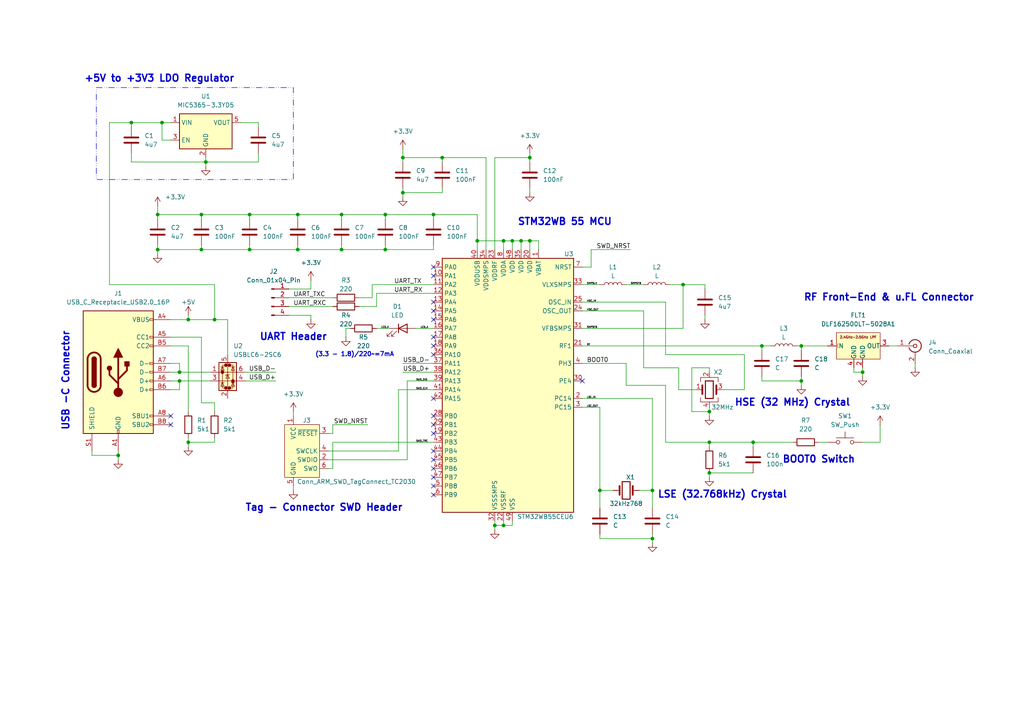
<source format=kicad_sch>
(kicad_sch (version 20231120) (generator "eeschema") (generator_version "8.0")
  (paper "A4")
  (title_block (title "STM32WB with Bluetooth") (date "2024-08-26") (rev "v.1") (company "Vaibhav Nrupnarayan."))
  (lib_symbols
    (symbol "Connector:Conn_01x04_Pin" (pin_names (offset 1.016) hide)
      (property "Reference" "J" (at 0 5.08 0))
      (property "Value" "Conn_01x04_Pin" (at 0 -7.62 0))
      (symbol "Conn_01x04_Pin_1_1"
        (polyline (pts (xy 1.27 -5.08) (xy 0.8636 -5.08)) (stroke (width 0.1524)))
        (polyline (pts (xy 1.27 -2.54) (xy 0.8636 -2.54)) (stroke (width 0.1524)))
        (polyline (pts (xy 1.27 0) (xy 0.8636 0)) (stroke (width 0.1524)))
        (polyline (pts (xy 1.27 2.54) (xy 0.8636 2.54)) (stroke (width 0.1524)))
        (rectangle (start 0.8636 -4.953) (end 0 -5.207) (stroke (width 0.1524)) (fill (type outline)))
        (rectangle (start 0.8636 -2.413) (end 0 -2.667) (stroke (width 0.1524)) (fill (type outline)))
        (rectangle (start 0.8636 0.127) (end 0 -0.127) (stroke (width 0.1524)) (fill (type outline)))
        (rectangle (start 0.8636 2.667) (end 0 2.413) (stroke (width 0.1524)) (fill (type outline)))
        (pin passive line (at 5.08 2.54 180) (length 3.81) (name "Pin_1") (number "1"))
        (pin passive line (at 5.08 0 180) (length 3.81) (name "Pin_2") (number "2"))
        (pin passive line (at 5.08 -2.54 180) (length 3.81) (name "Pin_3") (number "3"))
        (pin passive line (at 5.08 -5.08 180) (length 3.81) (name "Pin_4") (number "4"))
      )
    )
    (symbol "Connector:Conn_ARM_SWD_TagConnect_TC2030" (in_bom no)
      (property "Reference" "J" (at 2.54 11.43 0))
      (property "Value" "Conn_ARM_SWD_TagConnect_TC2030" (at 5.08 8.89 0))
      (symbol "Conn_ARM_SWD_TagConnect_TC2030_0_0"
        (pin power_in line (at -2.54 10.16 270) (length 2.54) (name "VCC") (number "1"))
        (pin bidirectional line (at 7.62 -2.54 180) (length 2.54) (name "SWDIO") (number "2"))
        (pin open_collector line (at 7.62 5.08 180) (length 2.54) (name "~{RESET}") (number "3"))
        (pin output line (at 7.62 0 180) (length 2.54) (name "SWCLK") (number "4"))
        (pin power_in line (at -2.54 -10.16 90) (length 2.54) (name "GND") (number "5"))
        (pin input line (at 7.62 -5.08 180) (length 2.54) (name "SWO") (number "6"))
      )
      (symbol "Conn_ARM_SWD_TagConnect_TC2030_0_1"
        (rectangle (start -5.08 7.62) (end 5.08 -7.62) (fill (type background)))
      )
    )
    (symbol "Connector:Conn_Coaxial" (pin_names (offset 1.016) hide)
      (property "Reference" "J" (at 0.254 3.048 0))
      (property "Value" "Conn_Coaxial" (at 2.921 0 90))
      (symbol "Conn_Coaxial_0_1"
        (arc (start -1.778 -0.508) (mid 0.2311 -1.8066) (end 1.778 0) (stroke (width 0.254)))
        (polyline (pts (xy -2.54 0) (xy -0.508 0)))
        (polyline (pts (xy 0 -2.54) (xy 0 -1.778)))
        (circle (center 0 0) (radius 0.508) (stroke (width 0.2032)))
        (arc (start 1.778 0) (mid 0.2099 1.8101) (end -1.778 0.508) (stroke (width 0.254)))
      )
      (symbol "Conn_Coaxial_1_1"
        (pin passive line (at -5.08 0 0) (length 2.54) (name "In") (number "1"))
        (pin passive line (at 0 -5.08 90) (length 2.54) (name "Ext") (number "2"))
      )
    )
    (symbol "Connector:USB_C_Receptacle_USB2.0_16P" (pin_names (offset 1.016))
      (property "Reference" "J" (at 0 22.225 0))
      (property "Value" "USB_C_Receptacle_USB2.0_16P" (at 0 19.685 0))
      (symbol "USB_C_Receptacle_USB2.0_16P_0_0"
        (rectangle (start -0.254 -17.78) (end 0.254 -16.764))
        (rectangle (start 10.16 -14.986) (end 9.144 -15.494))
        (rectangle (start 10.16 -12.446) (end 9.144 -12.954))
        (rectangle (start 10.16 -4.826) (end 9.144 -5.334))
        (rectangle (start 10.16 -2.286) (end 9.144 -2.794))
        (rectangle (start 10.16 0.254) (end 9.144 -0.254))
        (rectangle (start 10.16 2.794) (end 9.144 2.286))
        (rectangle (start 10.16 7.874) (end 9.144 7.366))
        (rectangle (start 10.16 10.414) (end 9.144 9.906))
        (rectangle (start 10.16 15.494) (end 9.144 14.986))
      )
      (symbol "USB_C_Receptacle_USB2.0_16P_0_1"
        (rectangle (start -10.16 17.78) (end 10.16 -17.78) (stroke (width 0.254)) (fill (type background)))
        (arc (start -8.89 -3.81) (mid -6.985 -5.7067) (end -5.08 -3.81) (stroke (width 0.508)))
        (arc (start -7.62 -3.81) (mid -6.985 -4.4423) (end -6.35 -3.81) (stroke (width 0.254)))
        (arc (start -7.62 -3.81) (mid -6.985 -4.4423) (end -6.35 -3.81) (stroke (width 0.254)) (fill (type outline)))
        (rectangle (start -7.62 -3.81) (end -6.35 3.81) (stroke (width 0.254)) (fill (type outline)))
        (arc (start -6.35 3.81) (mid -6.985 4.4423) (end -7.62 3.81) (stroke (width 0.254)))
        (arc (start -6.35 3.81) (mid -6.985 4.4423) (end -7.62 3.81) (stroke (width 0.254)) (fill (type outline)))
        (arc (start -5.08 3.81) (mid -6.985 5.7067) (end -8.89 3.81) (stroke (width 0.508)))
        (circle (center -2.54 1.143) (radius 0.635) (stroke (width 0.254)) (fill (type outline)))
        (circle (center 0 -5.842) (radius 1.27) (fill (type outline)))
        (polyline (pts (xy -8.89 -3.81) (xy -8.89 3.81)) (stroke (width 0.508)))
        (polyline (pts (xy -5.08 3.81) (xy -5.08 -3.81)) (stroke (width 0.508)))
        (polyline (pts (xy 0 -5.842) (xy 0 4.318)) (stroke (width 0.508)))
        (polyline (pts (xy 0 -3.302) (xy -2.54 -0.762) (xy -2.54 0.508)) (stroke (width 0.508)))
        (polyline (pts (xy 0 -2.032) (xy 2.54 0.508) (xy 2.54 1.778)) (stroke (width 0.508)))
        (polyline (pts (xy -1.27 4.318) (xy 0 6.858) (xy 1.27 4.318) (xy -1.27 4.318)) (stroke (width 0.254)) (fill (type outline)))
        (rectangle (start 1.905 1.778) (end 3.175 3.048) (stroke (width 0.254)) (fill (type outline)))
      )
      (symbol "USB_C_Receptacle_USB2.0_16P_1_1"
        (pin passive line (at 0 -22.86 90) (length 5.08) (name "GND") (number "A1"))
        (pin passive line (at 0 -22.86 90) (length 5.08) hide (name "GND") (number "A12"))
        (pin passive line (at 15.24 15.24 180) (length 5.08) (name "VBUS") (number "A4"))
        (pin bidirectional line (at 15.24 10.16 180) (length 5.08) (name "CC1") (number "A5"))
        (pin bidirectional line (at 15.24 -2.54 180) (length 5.08) (name "D+") (number "A6"))
        (pin bidirectional line (at 15.24 2.54 180) (length 5.08) (name "D-") (number "A7"))
        (pin bidirectional line (at 15.24 -12.7 180) (length 5.08) (name "SBU1") (number "A8"))
        (pin passive line (at 15.24 15.24 180) (length 5.08) hide (name "VBUS") (number "A9"))
        (pin passive line (at 0 -22.86 90) (length 5.08) hide (name "GND") (number "B1"))
        (pin passive line (at 0 -22.86 90) (length 5.08) hide (name "GND") (number "B12"))
        (pin passive line (at 15.24 15.24 180) (length 5.08) hide (name "VBUS") (number "B4"))
        (pin bidirectional line (at 15.24 7.62 180) (length 5.08) (name "CC2") (number "B5"))
        (pin bidirectional line (at 15.24 -5.08 180) (length 5.08) (name "D+") (number "B6"))
        (pin bidirectional line (at 15.24 0 180) (length 5.08) (name "D-") (number "B7"))
        (pin bidirectional line (at 15.24 -15.24 180) (length 5.08) (name "SBU2") (number "B8"))
        (pin passive line (at 15.24 15.24 180) (length 5.08) hide (name "VBUS") (number "B9"))
        (pin passive line (at -7.62 -22.86 90) (length 5.08) (name "SHIELD") (number "S1"))
      )
    )
    (symbol "Device:C" (pin_numbers hide) (pin_names (offset 0.254))
      (property "Reference" "C" (at 0.635 2.54 0))
      (property "Value" "C" (at 0.635 -2.54 0))
      (symbol "C_0_1"
        (polyline (pts (xy -2.032 -0.762) (xy 2.032 -0.762)) (stroke (width 0.508)))
        (polyline (pts (xy -2.032 0.762) (xy 2.032 0.762)) (stroke (width 0.508)))
      )
      (symbol "C_1_1"
        (pin passive line (at 0 3.81 270) (length 2.794) (name "~") (number "1"))
        (pin passive line (at 0 -3.81 90) (length 2.794) (name "~") (number "2"))
      )
    )
    (symbol "Device:Crystal" (pin_numbers hide) (pin_names (offset 1.016) hide)
      (property "Reference" "Y" (at 0 3.81 0))
      (property "Value" "Crystal" (at 0 -3.81 0))
      (symbol "Crystal_0_1"
        (rectangle (start -1.143 2.54) (end 1.143 -2.54) (stroke (width 0.3048)))
        (polyline (pts (xy -2.54 0) (xy -1.905 0)))
        (polyline (pts (xy -1.905 -1.27) (xy -1.905 1.27)) (stroke (width 0.508)))
        (polyline (pts (xy 1.905 -1.27) (xy 1.905 1.27)) (stroke (width 0.508)))
        (polyline (pts (xy 2.54 0) (xy 1.905 0)))
      )
      (symbol "Crystal_1_1"
        (pin passive line (at -3.81 0 0) (length 1.27) (name "1") (number "1"))
        (pin passive line (at 3.81 0 180) (length 1.27) (name "2") (number "2"))
      )
    )
    (symbol "Device:Crystal_GND24" (pin_names (offset 1.016) hide)
      (property "Reference" "Y" (at 3.175 5.08 0))
      (property "Value" "Crystal_GND24" (at 3.175 3.175 0))
      (symbol "Crystal_GND24_0_1"
        (rectangle (start -1.143 2.54) (end 1.143 -2.54) (stroke (width 0.3048)))
        (polyline (pts (xy -2.54 0) (xy -2.032 0)))
        (polyline (pts (xy -2.032 -1.27) (xy -2.032 1.27)) (stroke (width 0.508)))
        (polyline (pts (xy 0 -3.81) (xy 0 -3.556)))
        (polyline (pts (xy 0 3.556) (xy 0 3.81)))
        (polyline (pts (xy 2.032 -1.27) (xy 2.032 1.27)) (stroke (width 0.508)))
        (polyline (pts (xy 2.032 0) (xy 2.54 0)))
        (polyline (pts (xy -2.54 -2.286) (xy -2.54 -3.556) (xy 2.54 -3.556) (xy 2.54 -2.286)))
        (polyline (pts (xy -2.54 2.286) (xy -2.54 3.556) (xy 2.54 3.556) (xy 2.54 2.286)))
      )
      (symbol "Crystal_GND24_1_1"
        (pin passive line (at -3.81 0 0) (length 1.27) (name "1") (number "1"))
        (pin passive line (at 0 5.08 270) (length 1.27) (name "2") (number "2"))
        (pin passive line (at 3.81 0 180) (length 1.27) (name "3") (number "3"))
        (pin passive line (at 0 -5.08 90) (length 1.27) (name "4") (number "4"))
      )
    )
    (symbol "Device:L" (pin_numbers hide) (pin_names (offset 1.016) hide)
      (property "Reference" "L" (at -1.27 0 90))
      (property "Value" "L" (at 1.905 0 90))
      (symbol "L_0_1"
        (arc (start 0 -2.54) (mid 0.6323 -1.905) (end 0 -1.27))
        (arc (start 0 -1.27) (mid 0.6323 -0.635) (end 0 0))
        (arc (start 0 0) (mid 0.6323 0.635) (end 0 1.27))
        (arc (start 0 1.27) (mid 0.6323 1.905) (end 0 2.54))
      )
      (symbol "L_1_1"
        (pin passive line (at 0 3.81 270) (length 1.27) (name "1") (number "1"))
        (pin passive line (at 0 -3.81 90) (length 1.27) (name "2") (number "2"))
      )
    )
    (symbol "Device:LED" (pin_numbers hide) (pin_names (offset 1.016) hide)
      (property "Reference" "D" (at 0 2.54 0))
      (property "Value" "LED" (at 0 -2.54 0))
      (symbol "LED_0_1"
        (polyline (pts (xy -1.27 -1.27) (xy -1.27 1.27)) (stroke (width 0.254)))
        (polyline (pts (xy -1.27 0) (xy 1.27 0)))
        (polyline (pts (xy 1.27 -1.27) (xy 1.27 1.27) (xy -1.27 0) (xy 1.27 -1.27)) (stroke (width 0.254)))
        (polyline (pts (xy -3.048 -0.762) (xy -4.572 -2.286) (xy -3.81 -2.286) (xy -4.572 -2.286) (xy -4.572 -1.524)))
        (polyline (pts (xy -1.778 -0.762) (xy -3.302 -2.286) (xy -2.54 -2.286) (xy -3.302 -2.286) (xy -3.302 -1.524)))
      )
      (symbol "LED_1_1"
        (pin passive line (at -3.81 0 0) (length 2.54) (name "K") (number "1"))
        (pin passive line (at 3.81 0 180) (length 2.54) (name "A") (number "2"))
      )
    )
    (symbol "Device:R" (pin_numbers hide) (pin_names (offset 0))
      (property "Reference" "R" (at 2.032 0 90))
      (property "Value" "R" (at 0 0 90))
      (symbol "R_0_1"
        (rectangle (start -1.016 -2.54) (end 1.016 2.54) (stroke (width 0.254)))
      )
      (symbol "R_1_1"
        (pin passive line (at 0 3.81 270) (length 1.27) (name "~") (number "1"))
        (pin passive line (at 0 -3.81 90) (length 1.27) (name "~") (number "2"))
      )
    )
    (symbol "MCU_ST_STM32WB:STM32WB55CEUx"
      (property "Reference" "U" (at -17.78 39.37 0))
      (property "Value" "STM32WB55CEUx" (at 12.7 39.37 0))
      (symbol "STM32WB55CEUx_0_1"
        (rectangle (start -17.78 -35.56) (end 20.32 38.1) (stroke (width 0.254)) (fill (type background)))
      )
      (symbol "STM32WB55CEUx_1_1"
        (pin power_in line (at -7.62 40.64 270) (length 2.54) (name "VBAT") (number "1"))
        (pin bidirectional line (at 22.86 33.02 180) (length 2.54) (name "PA1") (number "10"))
        (pin bidirectional line (at 22.86 30.48 180) (length 2.54) (name "PA2") (number "11"))
        (pin bidirectional line (at 22.86 27.94 180) (length 2.54) (name "PA3") (number "12"))
        (pin bidirectional line (at 22.86 25.4 180) (length 2.54) (name "PA4") (number "13"))
        (pin bidirectional line (at 22.86 22.86 180) (length 2.54) (name "PA5") (number "14"))
        (pin bidirectional line (at 22.86 20.32 180) (length 2.54) (name "PA6") (number "15"))
        (pin bidirectional line (at 22.86 17.78 180) (length 2.54) (name "PA7") (number "16"))
        (pin bidirectional line (at 22.86 15.24 180) (length 2.54) (name "PA8") (number "17"))
        (pin bidirectional line (at 22.86 12.7 180) (length 2.54) (name "PA9") (number "18"))
        (pin bidirectional line (at 22.86 -12.7 180) (length 2.54) (name "PB2") (number "19"))
        (pin bidirectional line (at -20.32 -2.54 0) (length 2.54) (name "PC14") (number "2"))
        (pin power_in line (at -5.08 40.64 270) (length 2.54) (name "VDD") (number "20"))
        (pin bidirectional line (at -20.32 12.7 0) (length 2.54) (name "RF1") (number "21"))
        (pin power_in line (at 2.54 -38.1 90) (length 2.54) (name "VSSRF") (number "22"))
        (pin power_in line (at 5.08 40.64 270) (length 2.54) (name "VDDRF") (number "23"))
        (pin input line (at -20.32 22.86 0) (length 2.54) (name "OSC_OUT") (number "24"))
        (pin input line (at -20.32 25.4 0) (length 2.54) (name "OSC_IN") (number "25"))
        (pin no_connect line (at -17.78 -35.56 0) (length 2.54) hide (name "AT0") (number "26"))
        (pin no_connect line (at -17.78 -33.02 0) (length 2.54) hide (name "AT1") (number "27"))
        (pin bidirectional line (at 22.86 -7.62 180) (length 2.54) (name "PB0") (number "28"))
        (pin bidirectional line (at 22.86 -10.16 180) (length 2.54) (name "PB1") (number "29"))
        (pin bidirectional line (at -20.32 -5.08 0) (length 2.54) (name "PC15") (number "3"))
        (pin bidirectional line (at -20.32 2.54 0) (length 2.54) (name "PE4") (number "30"))
        (pin input line (at -20.32 17.78 0) (length 2.54) (name "VFBSMPS") (number "31"))
        (pin power_in line (at 5.08 -38.1 90) (length 2.54) (name "VSSSMPS") (number "32"))
        (pin power_in line (at -20.32 30.48 0) (length 2.54) (name "VLXSMPS") (number "33"))
        (pin power_in line (at 7.62 40.64 270) (length 2.54) (name "VDDSMPS") (number "34"))
        (pin power_in line (at -2.54 40.64 270) (length 2.54) (name "VDD") (number "35"))
        (pin bidirectional line (at 22.86 10.16 180) (length 2.54) (name "PA10") (number "36"))
        (pin bidirectional line (at 22.86 7.62 180) (length 2.54) (name "PA11") (number "37"))
        (pin bidirectional line (at 22.86 5.08 180) (length 2.54) (name "PA12") (number "38"))
        (pin bidirectional line (at 22.86 2.54 180) (length 2.54) (name "PA13") (number "39"))
        (pin bidirectional line (at -20.32 7.62 0) (length 2.54) (name "PH3") (number "4"))
        (pin power_in line (at 10.16 40.64 270) (length 2.54) (name "VDDUSB") (number "40"))
        (pin bidirectional line (at 22.86 0 180) (length 2.54) (name "PA14") (number "41"))
        (pin bidirectional line (at 22.86 -2.54 180) (length 2.54) (name "PA15") (number "42"))
        (pin bidirectional line (at 22.86 -15.24 180) (length 2.54) (name "PB3") (number "43"))
        (pin bidirectional line (at 22.86 -17.78 180) (length 2.54) (name "PB4") (number "44"))
        (pin bidirectional line (at 22.86 -20.32 180) (length 2.54) (name "PB5") (number "45"))
        (pin bidirectional line (at 22.86 -22.86 180) (length 2.54) (name "PB6") (number "46"))
        (pin bidirectional line (at 22.86 -25.4 180) (length 2.54) (name "PB7") (number "47"))
        (pin power_in line (at 0 40.64 270) (length 2.54) (name "VDD") (number "48"))
        (pin power_in line (at 0 -38.1 90) (length 2.54) (name "VSS") (number "49"))
        (pin bidirectional line (at 22.86 -27.94 180) (length 2.54) (name "PB8") (number "5"))
        (pin bidirectional line (at 22.86 -30.48 180) (length 2.54) (name "PB9") (number "6"))
        (pin input line (at -20.32 35.56 0) (length 2.54) (name "NRST") (number "7"))
        (pin power_in line (at 2.54 40.64 270) (length 2.54) (name "VDDA") (number "8"))
        (pin bidirectional line (at 22.86 35.56 180) (length 2.54) (name "PA0") (number "9"))
      )
    )
    (symbol "Power_Protection:USBLC6-2SC6" (pin_names hide)
      (property "Reference" "U" (at 0.635 5.715 0))
      (property "Value" "USBLC6-2SC6" (at 0.635 3.81 0))
      (symbol "USBLC6-2SC6_0_0"
        (circle (center -1.524 0) (radius 0.0001) (stroke (width 0.508)))
        (circle (center -0.508 -4.572) (radius 0.0001) (stroke (width 0.508)))
        (circle (center -0.508 2.032) (radius 0.0001) (stroke (width 0.508)))
        (circle (center 0.508 -4.572) (radius 0.0001) (stroke (width 0.508)))
        (circle (center 0.508 2.032) (radius 0.0001) (stroke (width 0.508)))
        (circle (center 1.524 -2.54) (radius 0.0001) (stroke (width 0.508)))
      )
      (symbol "USBLC6-2SC6_0_1"
        (polyline (pts (xy -2.54 -2.54) (xy 2.54 -2.54)))
        (polyline (pts (xy -2.54 0) (xy 2.54 0)))
        (polyline (pts (xy -2.032 -3.048) (xy -1.016 -3.048)))
        (polyline (pts (xy -1.016 1.524) (xy -2.032 1.524)))
        (polyline (pts (xy 1.016 -3.048) (xy 2.032 -3.048)))
        (polyline (pts (xy 1.016 1.524) (xy 2.032 1.524)))
        (polyline (pts (xy -0.508 -1.143) (xy -0.508 -0.762) (xy 0.508 -0.762)))
        (polyline (pts (xy -2.032 0.508) (xy -1.016 0.508) (xy -1.524 1.524) (xy -2.032 0.508)))
        (polyline (pts (xy -1.016 -4.064) (xy -2.032 -4.064) (xy -1.524 -3.048) (xy -1.016 -4.064)))
        (polyline (pts (xy 0.508 -1.778) (xy -0.508 -1.778) (xy 0 -0.762) (xy 0.508 -1.778)))
        (polyline (pts (xy 2.032 -4.064) (xy 1.016 -4.064) (xy 1.524 -3.048) (xy 2.032 -4.064)))
        (polyline (pts (xy 2.032 0.508) (xy 1.016 0.508) (xy 1.524 1.524) (xy 2.032 0.508)))
        (polyline (pts (xy 0 2.54) (xy -0.508 2.032) (xy 0.508 2.032) (xy 0 1.524) (xy 0 -4.064) (xy -0.508 -4.572) (xy 0.508 -4.572) (xy 0 -5.08)))
      )
      (symbol "USBLC6-2SC6_1_1"
        (rectangle (start -2.54 2.794) (end 2.54 -5.334) (stroke (width 0.254)) (fill (type background)))
        (polyline (pts (xy -0.508 2.032) (xy -1.524 2.032) (xy -1.524 -4.572) (xy -0.508 -4.572)))
        (polyline (pts (xy 0.508 -4.572) (xy 1.524 -4.572) (xy 1.524 2.032) (xy 0.508 2.032)))
        (pin passive line (at -5.08 0 0) (length 2.54) (name "I/O1") (number "1"))
        (pin passive line (at 0 -7.62 90) (length 2.54) (name "GND") (number "2"))
        (pin passive line (at -5.08 -2.54 0) (length 2.54) (name "I/O2") (number "3"))
        (pin passive line (at 5.08 -2.54 180) (length 2.54) (name "I/O2") (number "4"))
        (pin passive line (at 0 5.08 270) (length 2.54) (name "VBUS") (number "5"))
        (pin passive line (at 5.08 0 180) (length 2.54) (name "I/O1") (number "6"))
      )
    )
    (symbol "Regulator_Linear:MIC5365-3.3YD5"
      (property "Reference" "U" (at -7.62 6.35 0))
      (property "Value" "MIC5365-3.3YD5" (at 0 6.35 0))
      (symbol "MIC5365-3.3YD5_0_1"
        (rectangle (start -7.62 -5.08) (end 7.62 5.08) (stroke (width 0.254)) (fill (type background)))
      )
      (symbol "MIC5365-3.3YD5_1_1"
        (pin power_in line (at -10.16 2.54 0) (length 2.54) (name "VIN") (number "1"))
        (pin power_in line (at 0 -7.62 90) (length 2.54) (name "GND") (number "2"))
        (pin input line (at -10.16 -2.54 0) (length 2.54) (name "EN") (number "3"))
        (pin no_connect line (at 7.62 -2.54 180) (length 2.54) hide (name "NC") (number "4"))
        (pin power_out line (at 10.16 2.54 180) (length 2.54) (name "VOUT") (number "5"))
      )
    )
    (symbol "STM32withBle_SchematicSymbol:DLF162500LT-5028A1" (pin_names (offset 0.0129))
      (property "Reference" "FLT" (at 0 4.826 0))
      (property "Value" "DLF162500LT-5028A1" (at 13.208 -5.08 0))
      (symbol "DLF162500LT-5028A1_0_0"
        (pin passive line (at -8.89 0 0) (length 2.54) (name "IN") (number "1"))
        (pin passive line (at 1.27 -6.35 90) (length 2.54) (name "GND") (number "2"))
        (pin passive line (at 8.89 0 180) (length 2.54) (name "OUT") (number "3"))
        (pin passive line (at -1.27 -6.35 90) (length 2.54) (name "GND") (number "4"))
      )
      (symbol "DLF162500LT-5028A1_1_1"
        (rectangle (start -6.35 3.81) (end 6.35 -3.81) (fill (type background)))
        (text "2.4GHz-2.5GHz LPF" (at 0 2.54 0) (effects (font (size 0.7 0.7))))
      )
    )
    (symbol "Switch:SW_Push" (pin_numbers hide) (pin_names (offset 1.016) hide)
      (property "Reference" "SW" (at 1.27 2.54 0))
      (property "Value" "SW_Push" (at 0 -1.524 0))
      (symbol "SW_Push_0_1"
        (circle (center -2.032 0) (radius 0.508))
        (polyline (pts (xy 0 1.27) (xy 0 3.048)))
        (polyline (pts (xy 2.54 1.27) (xy -2.54 1.27)))
        (circle (center 2.032 0) (radius 0.508))
        (pin passive line (at -5.08 0 0) (length 2.54) (name "1") (number "1"))
        (pin passive line (at 5.08 0 180) (length 2.54) (name "2") (number "2"))
      )
    )
    (symbol "power:+3.3V" (power) (pin_numbers hide) (pin_names (offset 0) hide)
      (property "Value" "+3.3V" (at 0 3.556 0))
      (symbol "+3.3V_0_1"
        (polyline (pts (xy -0.762 1.27) (xy 0 2.54)))
        (polyline (pts (xy 0 0) (xy 0 2.54)))
        (polyline (pts (xy 0 2.54) (xy 0.762 1.27)))
      )
      (symbol "+3.3V_1_1"
        (pin power_in line (at 0 0 90) (length 0) (name "~") (number "1"))
      )
    )
    (symbol "power:+5V" (power) (pin_numbers hide) (pin_names (offset 0) hide)
      (property "Value" "+5V" (at 0 3.556 0))
      (symbol "+5V_0_1"
        (polyline (pts (xy -0.762 1.27) (xy 0 2.54)))
        (polyline (pts (xy 0 0) (xy 0 2.54)))
        (polyline (pts (xy 0 2.54) (xy 0.762 1.27)))
      )
      (symbol "+5V_1_1"
        (pin power_in line (at 0 0 90) (length 0) (name "~") (number "1"))
      )
    )
    (symbol "power:GND" (power) (pin_numbers hide) (pin_names (offset 0) hide)
      (property "Value" "GND" (at 0 -3.81 0))
      (symbol "GND_0_1"
        (polyline (pts (xy 0 0) (xy 0 -1.27) (xy 1.27 -1.27) (xy 0 -2.54) (xy -1.27 -1.27) (xy 0 -1.27)))
      )
      (symbol "GND_1_1"
        (pin power_in line (at 0 0 270) (length 0) (name "~") (number "1"))
      )
    )
  )
  (junction (at 220.98 100.33))
  (junction (at 34.29 132.08))
  (junction (at 205.74 119.38))
  (junction (at 58.42 62.23))
  (junction (at 153.67 45.72))
  (junction (at 116.84 45.72))
  (junction (at 45.72 62.23))
  (junction (at 153.67 69.85))
  (junction (at 151.13 69.85))
  (junction (at 232.41 100.33))
  (junction (at 205.74 137.16))
  (junction (at 250.19 107.95))
  (junction (at 58.42 72.39))
  (junction (at 59.69 46.99))
  (junction (at 205.74 128.27))
  (junction (at 54.61 92.71))
  (junction (at 146.05 152.4))
  (junction (at 62.23 92.71))
  (junction (at 232.41 110.49))
  (junction (at 218.44 128.27))
  (junction (at 189.23 156.21))
  (junction (at 46.99 35.56))
  (junction (at 45.72 72.39))
  (junction (at 99.06 62.23))
  (junction (at 52.07 110.49))
  (junction (at 52.07 107.95))
  (junction (at 198.12 82.55))
  (junction (at 143.51 152.4))
  (junction (at 173.99 142.24))
  (junction (at 111.76 62.23))
  (junction (at 72.39 72.39))
  (junction (at 72.39 62.23))
  (junction (at 125.73 62.23))
  (junction (at 116.84 55.88))
  (junction (at 86.36 72.39))
  (junction (at 148.59 69.85))
  (junction (at 111.76 72.39))
  (junction (at 128.27 45.72))
  (junction (at 189.23 142.24))
  (junction (at 54.61 128.27))
  (junction (at 38.1 35.56))
  (junction (at 99.06 72.39))
  (junction (at 138.43 69.85))
  (junction (at 146.05 69.85))
  (junction (at 86.36 62.23))
  (no_connect (at 125.73 138.43))
  (no_connect (at 125.73 80.01))
  (no_connect (at 125.73 102.87))
  (no_connect (at 125.73 87.63))
  (no_connect (at 125.73 100.33))
  (no_connect (at 125.73 97.79))
  (no_connect (at 125.73 140.97))
  (no_connect (at 125.73 92.71))
  (no_connect (at 125.73 115.57))
  (no_connect (at 49.53 120.65))
  (no_connect (at 125.73 125.73))
  (no_connect (at 49.53 123.19))
  (no_connect (at 125.73 143.51))
  (no_connect (at 168.91 110.49))
  (no_connect (at 125.73 90.17))
  (no_connect (at 125.73 123.19))
  (no_connect (at 125.73 135.89))
  (no_connect (at 125.73 130.81))
  (no_connect (at 125.73 133.35))
  (no_connect (at 125.73 120.65))
  (no_connect (at 125.73 77.47))
  (wire (pts (xy 265.43 105.41) (xy 265.43 106.68)))
  (wire (pts (xy 115.57 130.81) (xy 95.25 130.81)))
  (wire (pts (xy 138.43 69.85) (xy 146.05 69.85)))
  (wire (pts (xy 72.39 72.39) (xy 58.42 72.39)))
  (wire (pts (xy 205.74 107.95) (xy 205.74 106.68)))
  (wire (pts (xy 49.53 110.49) (xy 52.07 110.49)))
  (wire (pts (xy 250.19 107.95) (xy 250.19 109.22)))
  (wire (pts (xy 83.82 88.9) (xy 96.52 88.9)))
  (wire (pts (xy 83.82 91.44) (xy 90.17 91.44)))
  (wire (pts (xy 168.91 87.63) (xy 193.04 87.63)))
  (wire (pts (xy 215.9 102.87) (xy 215.9 113.03)))
  (wire (pts (xy 34.29 130.81) (xy 34.29 132.08)))
  (wire (pts (xy 181.61 111.76) (xy 193.04 111.76)))
  (wire (pts (xy 193.04 102.87) (xy 215.9 102.87)))
  (wire (pts (xy 45.72 72.39) (xy 58.42 72.39)))
  (wire (pts (xy 96.52 123.19) (xy 106.68 123.19)))
  (wire (pts (xy 205.74 137.16) (xy 218.44 137.16)))
  (wire (pts (xy 143.51 151.13) (xy 143.51 152.4)))
  (wire (pts (xy 96.52 125.73) (xy 96.52 123.19)))
  (wire (pts (xy 205.74 119.38) (xy 205.74 120.65)))
  (wire (pts (xy 128.27 45.72) (xy 140.97 45.72)))
  (wire (pts (xy 49.53 35.56) (xy 46.99 35.56)))
  (wire (pts (xy 168.91 77.47) (xy 171.45 77.47)))
  (wire (pts (xy 62.23 127) (xy 62.23 128.27)))
  (wire (pts (xy 250.19 106.68) (xy 250.19 107.95)))
  (wire (pts (xy 54.61 128.27) (xy 54.61 129.54)))
  (wire (pts (xy 148.59 69.85) (xy 151.13 69.85)))
  (wire (pts (xy 62.23 116.84) (xy 62.23 119.38)))
  (wire (pts (xy 168.91 95.25) (xy 198.12 95.25)))
  (wire (pts (xy 62.23 92.71) (xy 66.04 92.71)))
  (wire (pts (xy 196.85 113.03) (xy 201.93 113.03)))
  (wire (pts (xy 49.53 113.03) (xy 52.07 113.03)))
  (wire (pts (xy 257.81 100.33) (xy 260.35 100.33)))
  (wire (pts (xy 86.36 72.39) (xy 72.39 72.39)))
  (wire (pts (xy 173.99 118.11) (xy 173.99 142.24)))
  (wire (pts (xy 220.98 110.49) (xy 232.41 110.49)))
  (wire (pts (xy 45.72 72.39) (xy 45.72 73.66)))
  (wire (pts (xy 140.97 45.72) (xy 140.97 72.39)))
  (wire (pts (xy 156.21 69.85) (xy 156.21 72.39)))
  (wire (pts (xy 115.57 113.03) (xy 115.57 130.81)))
  (wire (pts (xy 49.53 97.79) (xy 58.42 97.79)))
  (wire (pts (xy 153.67 54.61) (xy 153.67 55.88)))
  (wire (pts (xy 46.99 35.56) (xy 38.1 35.56)))
  (wire (pts (xy 72.39 63.5) (xy 72.39 62.23)))
  (wire (pts (xy 109.22 95.25) (xy 113.03 95.25)))
  (wire (pts (xy 52.07 107.95) (xy 60.96 107.95)))
  (wire (pts (xy 38.1 35.56) (xy 31.75 35.56)))
  (wire (pts (xy 146.05 151.13) (xy 146.05 152.4)))
  (wire (pts (xy 49.53 100.33) (xy 54.61 100.33)))
  (wire (pts (xy 146.05 69.85) (xy 148.59 69.85)))
  (wire (pts (xy 95.25 125.73) (xy 96.52 125.73)))
  (wire (pts (xy 171.45 77.47) (xy 171.45 72.39)))
  (wire (pts (xy 237.49 128.27) (xy 240.03 128.27)))
  (wire (pts (xy 38.1 44.45) (xy 38.1 46.99)))
  (wire (pts (xy 171.45 72.39) (xy 182.88 72.39)))
  (wire (pts (xy 86.36 71.12) (xy 86.36 72.39)))
  (wire (pts (xy 85.09 119.38) (xy 85.09 120.65)))
  (wire (pts (xy 189.23 115.57) (xy 189.23 142.24)))
  (wire (pts (xy 120.65 95.25) (xy 125.73 95.25)))
  (wire (pts (xy 198.12 95.25) (xy 198.12 82.55)))
  (wire (pts (xy 116.84 105.41) (xy 125.73 105.41)))
  (wire (pts (xy 205.74 137.16) (xy 205.74 138.43)))
  (wire (pts (xy 153.67 46.99) (xy 153.67 45.72)))
  (wire (pts (xy 99.06 71.12) (xy 99.06 72.39)))
  (wire (pts (xy 125.73 71.12) (xy 125.73 72.39)))
  (wire (pts (xy 138.43 62.23) (xy 138.43 69.85)))
  (wire (pts (xy 100.33 95.25) (xy 100.33 97.79)))
  (wire (pts (xy 26.67 130.81) (xy 26.67 132.08)))
  (wire (pts (xy 205.74 118.11) (xy 205.74 119.38)))
  (wire (pts (xy 204.47 83.82) (xy 204.47 82.55)))
  (wire (pts (xy 107.95 86.36) (xy 104.14 86.36)))
  (wire (pts (xy 107.95 86.36) (xy 107.95 82.55)))
  (wire (pts (xy 116.84 55.88) (xy 116.84 57.15)))
  (wire (pts (xy 232.41 100.33) (xy 240.03 100.33)))
  (wire (pts (xy 74.93 35.56) (xy 74.93 36.83)))
  (wire (pts (xy 148.59 151.13) (xy 148.59 152.4)))
  (wire (pts (xy 148.59 152.4) (xy 146.05 152.4)))
  (wire (pts (xy 49.53 105.41) (xy 52.07 105.41)))
  (wire (pts (xy 59.69 45.72) (xy 59.69 46.99)))
  (wire (pts (xy 54.61 92.71) (xy 62.23 92.71)))
  (wire (pts (xy 143.51 45.72) (xy 153.67 45.72)))
  (wire (pts (xy 83.82 83.82) (xy 90.17 83.82)))
  (wire (pts (xy 193.04 87.63) (xy 193.04 102.87)))
  (wire (pts (xy 71.12 107.95) (xy 80.01 107.95)))
  (wire (pts (xy 95.25 135.89) (xy 96.52 135.89)))
  (wire (pts (xy 99.06 62.23) (xy 99.06 63.5)))
  (wire (pts (xy 111.76 62.23) (xy 125.73 62.23)))
  (wire (pts (xy 66.04 92.71) (xy 66.04 102.87)))
  (wire (pts (xy 72.39 71.12) (xy 72.39 72.39)))
  (wire (pts (xy 69.85 35.56) (xy 74.93 35.56)))
  (wire (pts (xy 153.67 69.85) (xy 153.67 72.39)))
  (wire (pts (xy 116.84 43.18) (xy 116.84 45.72)))
  (wire (pts (xy 181.61 105.41) (xy 181.61 111.76)))
  (wire (pts (xy 247.65 106.68) (xy 247.65 107.95)))
  (wire (pts (xy 168.91 105.41) (xy 181.61 105.41)))
  (wire (pts (xy 232.41 110.49) (xy 232.41 111.76)))
  (wire (pts (xy 49.53 40.64) (xy 46.99 40.64)))
  (wire (pts (xy 186.69 90.17) (xy 186.69 106.68)))
  (wire (pts (xy 168.91 90.17) (xy 186.69 90.17)))
  (wire (pts (xy 104.14 88.9) (xy 109.22 88.9)))
  (wire (pts (xy 85.09 140.97) (xy 85.09 142.24)))
  (wire (pts (xy 196.85 106.68) (xy 196.85 113.03)))
  (wire (pts (xy 220.98 100.33) (xy 223.52 100.33)))
  (wire (pts (xy 111.76 72.39) (xy 99.06 72.39)))
  (wire (pts (xy 118.11 110.49) (xy 125.73 110.49)))
  (wire (pts (xy 146.05 69.85) (xy 146.05 72.39)))
  (wire (pts (xy 168.91 82.55) (xy 173.99 82.55)))
  (wire (pts (xy 45.72 63.5) (xy 45.72 62.23)))
  (wire (pts (xy 107.95 82.55) (xy 125.73 82.55)))
  (wire (pts (xy 96.52 135.89) (xy 96.52 128.27)))
  (wire (pts (xy 52.07 110.49) (xy 60.96 110.49)))
  (wire (pts (xy 247.65 107.95) (xy 250.19 107.95)))
  (wire (pts (xy 59.69 46.99) (xy 59.69 48.26)))
  (wire (pts (xy 148.59 69.85) (xy 148.59 72.39)))
  (wire (pts (xy 255.27 123.19) (xy 255.27 128.27)))
  (wire (pts (xy 101.6 95.25) (xy 100.33 95.25)))
  (wire (pts (xy 189.23 156.21) (xy 189.23 157.48)))
  (wire (pts (xy 31.75 82.55) (xy 62.23 82.55)))
  (wire (pts (xy 46.99 35.56) (xy 46.99 40.64)))
  (wire (pts (xy 189.23 154.94) (xy 189.23 156.21)))
  (wire (pts (xy 205.74 128.27) (xy 205.74 129.54)))
  (wire (pts (xy 218.44 129.54) (xy 218.44 128.27)))
  (wire (pts (xy 58.42 62.23) (xy 72.39 62.23)))
  (wire (pts (xy 146.05 152.4) (xy 143.51 152.4)))
  (wire (pts (xy 72.39 62.23) (xy 86.36 62.23)))
  (wire (pts (xy 231.14 100.33) (xy 232.41 100.33)))
  (wire (pts (xy 153.67 44.45) (xy 153.67 45.72)))
  (wire (pts (xy 99.06 62.23) (xy 111.76 62.23)))
  (wire (pts (xy 96.52 128.27) (xy 125.73 128.27)))
  (wire (pts (xy 193.04 111.76) (xy 193.04 128.27)))
  (wire (pts (xy 218.44 128.27) (xy 229.87 128.27)))
  (wire (pts (xy 151.13 69.85) (xy 151.13 72.39)))
  (wire (pts (xy 26.67 132.08) (xy 34.29 132.08)))
  (wire (pts (xy 173.99 118.11) (xy 168.91 118.11)))
  (wire (pts (xy 86.36 72.39) (xy 99.06 72.39)))
  (wire (pts (xy 118.11 110.49) (xy 118.11 133.35)))
  (wire (pts (xy 58.42 116.84) (xy 62.23 116.84)))
  (wire (pts (xy 58.42 97.79) (xy 58.42 116.84)))
  (wire (pts (xy 45.72 71.12) (xy 45.72 72.39)))
  (wire (pts (xy 138.43 72.39) (xy 138.43 69.85)))
  (wire (pts (xy 116.84 55.88) (xy 128.27 55.88)))
  (wire (pts (xy 193.04 128.27) (xy 205.74 128.27)))
  (wire (pts (xy 143.51 72.39) (xy 143.51 45.72)))
  (wire (pts (xy 220.98 109.22) (xy 220.98 110.49)))
  (wire (pts (xy 205.74 106.68) (xy 200.66 106.68)))
  (wire (pts (xy 189.23 142.24) (xy 189.23 147.32)))
  (wire (pts (xy 38.1 36.83) (xy 38.1 35.56)))
  (wire (pts (xy 52.07 105.41) (xy 52.07 107.95)))
  (wire (pts (xy 116.84 107.95) (xy 125.73 107.95)))
  (wire (pts (xy 173.99 154.94) (xy 173.99 156.21)))
  (wire (pts (xy 128.27 54.61) (xy 128.27 55.88)))
  (wire (pts (xy 54.61 100.33) (xy 54.61 119.38)))
  (wire (pts (xy 95.25 133.35) (xy 118.11 133.35)))
  (wire (pts (xy 58.42 71.12) (xy 58.42 72.39)))
  (wire (pts (xy 54.61 91.44) (xy 54.61 92.71)))
  (wire (pts (xy 153.67 69.85) (xy 156.21 69.85)))
  (wire (pts (xy 45.72 62.23) (xy 58.42 62.23)))
  (wire (pts (xy 125.73 62.23) (xy 125.73 63.5)))
  (wire (pts (xy 52.07 113.03) (xy 52.07 110.49)))
  (wire (pts (xy 83.82 86.36) (xy 96.52 86.36)))
  (wire (pts (xy 232.41 109.22) (xy 232.41 110.49)))
  (wire (pts (xy 186.69 106.68) (xy 196.85 106.68)))
  (wire (pts (xy 109.22 88.9) (xy 109.22 85.09)))
  (wire (pts (xy 220.98 101.6) (xy 220.98 100.33)))
  (wire (pts (xy 116.84 45.72) (xy 128.27 45.72)))
  (wire (pts (xy 181.61 82.55) (xy 186.69 82.55)))
  (wire (pts (xy 58.42 63.5) (xy 58.42 62.23)))
  (wire (pts (xy 115.57 113.03) (xy 125.73 113.03)))
  (wire (pts (xy 49.53 92.71) (xy 54.61 92.71)))
  (wire (pts (xy 116.84 54.61) (xy 116.84 55.88)))
  (wire (pts (xy 185.42 142.24) (xy 189.23 142.24)))
  (wire (pts (xy 34.29 132.08) (xy 34.29 133.35)))
  (wire (pts (xy 86.36 63.5) (xy 86.36 62.23)))
  (wire (pts (xy 90.17 83.82) (xy 90.17 81.28)))
  (wire (pts (xy 173.99 142.24) (xy 177.8 142.24)))
  (wire (pts (xy 90.17 91.44) (xy 90.17 92.71)))
  (wire (pts (xy 128.27 46.99) (xy 128.27 45.72)))
  (wire (pts (xy 62.23 128.27) (xy 54.61 128.27)))
  (wire (pts (xy 204.47 91.44) (xy 204.47 92.71)))
  (wire (pts (xy 111.76 72.39) (xy 125.73 72.39)))
  (wire (pts (xy 173.99 156.21) (xy 189.23 156.21)))
  (wire (pts (xy 49.53 107.95) (xy 52.07 107.95)))
  (wire (pts (xy 200.66 119.38) (xy 205.74 119.38)))
  (wire (pts (xy 62.23 82.55) (xy 62.23 92.71)))
  (wire (pts (xy 151.13 69.85) (xy 153.67 69.85)))
  (wire (pts (xy 111.76 62.23) (xy 111.76 63.5)))
  (wire (pts (xy 86.36 62.23) (xy 99.06 62.23)))
  (wire (pts (xy 232.41 100.33) (xy 232.41 101.6)))
  (wire (pts (xy 189.23 115.57) (xy 168.91 115.57)))
  (wire (pts (xy 215.9 113.03) (xy 209.55 113.03)))
  (wire (pts (xy 111.76 71.12) (xy 111.76 72.39)))
  (wire (pts (xy 31.75 35.56) (xy 31.75 82.55)))
  (wire (pts (xy 109.22 85.09) (xy 125.73 85.09)))
  (wire (pts (xy 204.47 82.55) (xy 198.12 82.55)))
  (wire (pts (xy 173.99 142.24) (xy 173.99 147.32)))
  (wire (pts (xy 255.27 128.27) (xy 250.19 128.27)))
  (wire (pts (xy 205.74 128.27) (xy 218.44 128.27)))
  (wire (pts (xy 198.12 82.55) (xy 194.31 82.55)))
  (wire (pts (xy 116.84 46.99) (xy 116.84 45.72)))
  (wire (pts (xy 143.51 152.4) (xy 143.51 153.67)))
  (wire (pts (xy 74.93 46.99) (xy 59.69 46.99)))
  (wire (pts (xy 125.73 62.23) (xy 138.43 62.23)))
  (wire (pts (xy 38.1 46.99) (xy 59.69 46.99)))
  (wire (pts (xy 54.61 127) (xy 54.61 128.27)))
  (wire (pts (xy 168.91 100.33) (xy 220.98 100.33)))
  (wire (pts (xy 74.93 44.45) (xy 74.93 46.99)))
  (wire (pts (xy 71.12 110.49) (xy 80.01 110.49)))
  (wire (pts (xy 45.72 59.69) (xy 45.72 62.23)))
  (wire (pts (xy 200.66 106.68) (xy 200.66 119.38)))
  (rectangle (start 27.94 25.4) (end 85.09 52.07) (stroke (width 0) (type dash_dot_dot)))
  (text "RF Front-End & u.FL Connector" (at 257.81 86.36 0) (effects (font (size 2 2) (bold yes))))
  (text "UART Header\n" (at 85.09 97.79 0) (effects (font (size 2 2) (bold yes))))
  (text "LSE (32.768kHz) Crystal\n" (at 209.55 143.51 0) (effects (font (size 2 2) (bold yes))))
  (text "STM32WB 55 MCU\n\n" (at 163.83 66.04 0) (effects (font (size 2 2) (bold yes))))
  (text "BOOT0 Switch\n" (at 237.49 133.35 0) (effects (font (size 2 2) (bold yes))))
  (text "USB -C Connector\n" (at 19.05 110.49 90) (effects (font (size 2 2) (bold yes))))
  (text "(3.3 - 1.8)/220~=7mA" (at 102.87 102.87 0) (effects (font (size 1.27 1.27) (thickness 0.254) (bold yes))))
  (text "Tag - Connector SWD Header\n" (at 93.98 147.32 0) (effects (font (size 2 2) (bold yes))))
  (text "HSE (32 MHz) Crystal\n" (at 229.87 116.84 0) (effects (font (size 2 2) (bold yes))))
  (text "+5V to +3V3 LDO Regulator " (at 46.99 22.86 0) (effects (font (size 2 2) (thickness 0.4) (bold yes))))
  (label "SMPSFB" (at 170.18 95.25 0) (effects (font (size 0.5 0.5))))
  (label "HSC_OUT" (at 170.18 90.17 0) (effects (font (size 0.5 0.5))))
  (label "USB_D-" (at 116.84 105.41 0))
  (label "UART_RXC" (at 85.09 88.9 0))
  (label "HSC_IN" (at 170.18 87.63 0) (effects (font (size 0.5 0.5))))
  (label "SWD_NRST" (at 106.68 123.19 180))
  (label "RF" (at 170.18 100.33 0) (effects (font (size 0.5 0.5))))
  (label "SWD_CLK" (at 120.65 113.03 0) (effects (font (size 0.5 0.5))))
  (label "UART_TX" (at 114.3 82.55 0))
  (label "SMPSLX" (at 170.18 82.55 0) (effects (font (size 0.5 0.5))))
  (label "USB_D-" (at 80.01 107.95 180))
  (label "LED_K" (at 110.49 95.25 0) (effects (font (size 0.5 0.5))))
  (label "UART_TXC" (at 85.09 86.36 0))
  (label "SWD_TRC" (at 120.65 128.27 0) (effects (font (size 0.5 0.5))))
  (label "SWD_NRST" (at 182.88 72.39 180))
  (label "SWD_DIO" (at 120.65 110.49 0) (effects (font (size 0.5 0.5))))
  (label "LSE_OUT" (at 170.18 118.11 0) (effects (font (size 0.5 0.5))))
  (label "UART_RX" (at 114.3 85.09 0))
  (label "LED_A" (at 121.92 95.25 0) (effects (font (size 0.5 0.5))))
  (label "USB_D+" (at 80.01 110.49 180))
  (label "BOOT0" (at 170.18 105.41 0))
  (label "SMPSFB" (at 182.88 82.55 0) (effects (font (size 0.5 0.5))))
  (label "LSE_IN" (at 170.18 115.57 0) (effects (font (size 0.5 0.5))))
  (label "USB_D+" (at 116.84 107.95 0))
  (symbol (lib_id "Device:R") (at 100.33 86.36 90) (unit 1)
    (property "Reference" "R3" (at 100.33 81.28 90))
    (property "Value" "220" (at 100.33 83.82 90))
    (property "Description" "Resistor" (effects (hide yes)))
  )
  (symbol (lib_id "Device:C") (at 45.72 67.31 0) (unit 1)
    (property "Reference" "C2" (at 49.53 66.0399 0) (effects (justify left)))
    (property "Value" "4u7" (at 49.53 68.5799 0) (effects (justify left)))
    (property "Description" "Unpolarized capacitor" (effects (hide yes)))
  )
  (symbol (lib_id "power:GND") (at 265.43 106.68 0) (unit 1)
    (property "Reference" "#PWR024" (effects (hide yes)))
    (property "Value" "GND" (effects (hide yes)))
    (property "Description" "Power symbol creates a global label with name \"GND\" , ground" (effects (hide yes)))
  )
  (symbol (lib_id "power:GND") (at 205.74 120.65 0) (unit 1)
    (property "Reference" "#PWR019" (effects (hide yes)))
    (property "Value" "GND" (effects (hide yes)))
    (property "Description" "Power symbol creates a global label with name \"GND\" , ground" (effects (hide yes)))
  )
  (symbol (lib_id "Device:C") (at 220.98 105.41 0) (unit 1)
    (property "Reference" "C17" (at 224.79 104.1399 0) (effects (justify left)))
    (property "Value" "C" (at 224.79 106.6799 0) (effects (justify left)))
    (property "Description" "Unpolarized capacitor" (effects (hide yes)))
  )
  (symbol (lib_id "power:+5V") (at 54.61 91.44 0) (unit 1)
    (property "Reference" "#PWR04" (effects (hide yes)))
    (property "Value" "+5V" (at 54.61 87.63 0))
    (property "Description" "Power symbol creates a global label with name \"+5V\"" (effects (hide yes)))
  )
  (symbol (lib_id "Device:C") (at 38.1 40.64 0) (unit 1)
    (property "Reference" "C1" (at 41.91 39.3699 0) (effects (justify left)))
    (property "Value" "4u7" (at 41.91 41.9099 0) (effects (justify left)))
    (property "Description" "Unpolarized capacitor" (effects (hide yes)))
  )
  (symbol (lib_id "power:GND") (at 250.19 109.22 0) (unit 1)
    (property "Reference" "#PWR022" (effects (hide yes)))
    (property "Value" "GND" (effects (hide yes)))
    (property "Description" "Power symbol creates a global label with name \"GND\" , ground" (effects (hide yes)))
  )
  (symbol (lib_id "power:GND") (at 54.61 129.54 0) (unit 1)
    (property "Reference" "#PWR05" (effects (hide yes)))
    (property "Value" "GND" (effects (hide yes)))
    (property "Description" "Power symbol creates a global label with name \"GND\" , ground" (effects (hide yes)))
  )
  (symbol (lib_id "Device:R") (at 233.68 128.27 90) (unit 1)
    (property "Reference" "R7" (at 233.68 121.92 90))
    (property "Value" "220" (at 233.68 124.46 90))
    (property "Description" "Resistor" (effects (hide yes)))
  )
  (symbol (lib_id "Device:L") (at 227.33 100.33 90) (unit 1)
    (property "Reference" "L3" (at 227.33 95.25 90))
    (property "Value" "L" (at 227.33 97.79 90))
    (property "Description" "Inductor" (effects (hide yes)))
  )
  (symbol (lib_id "MCU_ST_STM32WB:STM32WB55CEUx") (at 148.59 113.03 0) (mirror y) (unit 1)
    (property "Reference" "U3" (at 166.37 73.66 0) (effects (justify left)))
    (property "Value" "STM32WB55CEU6" (at 166.37 149.86 0) (effects (justify left)))
    (property "Footprint" "Package_DFN_QFN:QFN-48-1EP_7x7mm_P0.5mm_EP5.6x5.6mm" (effects (hide yes)))
    (property "Datasheet" "https://www.st.com/resource/en/datasheet/stm32wb55ce.pdf" (effects (hide yes)))
    (property "Description" "STMicroelectronics Arm Cortex-M4 MCU, 512KB flash, 256KB RAM, 64 MHz, 1.71-3.6V, 30 GPIO, UFQFPN48" (effects (hide yes)))
  )
  (symbol (lib_id "Regulator_Linear:MIC5365-3.3YD5") (at 59.69 38.1 0) (unit 1)
    (property "Reference" "U1" (at 59.69 27.94 0))
    (property "Value" "MIC5365-3.3YD5" (at 59.69 30.48 0))
    (property "Footprint" "Package_TO_SOT_SMD:SOT-23-5" (effects (hide yes)))
    (property "Datasheet" "http://ww1.microchip.com/downloads/en/DeviceDoc/mic5365.pdf" (effects (hide yes)))
    (property "Description" "150mA Low-dropout Voltage Regulator, Vout 3.3V, Vin up to 5.5V, SOT-23-5" (effects (hide yes)))
  )
  (symbol (lib_id "power:GND") (at 189.23 157.48 0) (unit 1)
    (property "Reference" "#PWR017" (effects (hide yes)))
    (property "Value" "GND" (effects (hide yes)))
    (property "Description" "Power symbol creates a global label with name \"GND\" , ground" (effects (hide yes)))
  )
  (symbol (lib_id "STM32withBle_SchematicSymbol:DLF162500LT-5028A1") (at 248.92 100.33 0) (unit 1)
    (property "Reference" "FLT1" (at 248.92 91.44 0))
    (property "Value" "DLF162500LT-5028A1" (at 248.92 93.98 0))
  )
  (symbol (lib_id "power:+3.3V") (at 45.72 59.69 0) (unit 1)
    (property "Reference" "#PWR02" (effects (hide yes)))
    (property "Value" "+3.3V" (at 50.8 57.15 0))
    (property "Description" "Power symbol creates a global label with name \"+3.3V\"" (effects (hide yes)))
  )
  (symbol (lib_id "Device:C") (at 111.76 67.31 0) (unit 1)
    (property "Reference" "C8" (at 115.57 66.0399 0) (effects (justify left)))
    (property "Value" "100nF" (at 115.57 68.5799 0) (effects (justify left)))
    (property "Description" "Unpolarized capacitor" (effects (hide yes)))
  )
  (symbol (lib_id "Device:R") (at 62.23 123.19 0) (unit 1)
    (property "Reference" "R2" (at 64.77 121.9199 0) (effects (justify left)))
    (property "Value" "5k1" (at 64.77 124.4599 0) (effects (justify left)))
    (property "Description" "Resistor" (effects (hide yes)))
  )
  (symbol (lib_id "power:GND") (at 45.72 73.66 0) (unit 1)
    (property "Reference" "#PWR03" (effects (hide yes)))
    (property "Value" "GND" (effects (hide yes)))
    (property "Description" "Power symbol creates a global label with name \"GND\" , ground" (effects (hide yes)))
  )
  (symbol (lib_id "Device:C") (at 116.84 50.8 0) (unit 1)
    (property "Reference" "C9" (at 120.65 49.5299 0) (effects (justify left)))
    (property "Value" "4u7" (at 120.65 52.0699 0) (effects (justify left)))
    (property "Description" "Unpolarized capacitor" (effects (hide yes)))
  )
  (symbol (lib_id "Device:C") (at 72.39 67.31 0) (unit 1)
    (property "Reference" "C4" (at 76.2 66.0399 0) (effects (justify left)))
    (property "Value" "100nF" (at 76.2 68.5799 0) (effects (justify left)))
    (property "Description" "Unpolarized capacitor" (effects (hide yes)))
  )
  (symbol (lib_id "power:GND") (at 34.29 133.35 0) (unit 1)
    (property "Reference" "#PWR01" (effects (hide yes)))
    (property "Value" "GND" (effects (hide yes)))
    (property "Description" "Power symbol creates a global label with name \"GND\" , ground" (effects (hide yes)))
  )
  (symbol (lib_id "power:GND") (at 232.41 111.76 0) (unit 1)
    (property "Reference" "#PWR021" (effects (hide yes)))
    (property "Value" "GND" (effects (hide yes)))
    (property "Description" "Power symbol creates a global label with name \"GND\" , ground" (effects (hide yes)))
  )
  (symbol (lib_id "power:GND") (at 205.74 138.43 0) (unit 1)
    (property "Reference" "#PWR020" (effects (hide yes)))
    (property "Value" "GND" (effects (hide yes)))
    (property "Description" "Power symbol creates a global label with name \"GND\" , ground" (effects (hide yes)))
  )
  (symbol (lib_id "Device:C") (at 125.73 67.31 0) (unit 1)
    (property "Reference" "C10" (at 129.54 66.0399 0) (effects (justify left)))
    (property "Value" "100nF" (at 129.54 68.5799 0) (effects (justify left)))
    (property "Description" "Unpolarized capacitor" (effects (hide yes)))
  )
  (symbol (lib_id "power:GND") (at 85.09 142.24 0) (unit 1)
    (property "Reference" "#PWR08" (effects (hide yes)))
    (property "Value" "GND" (effects (hide yes)))
    (property "Description" "Power symbol creates a global label with name \"GND\" , ground" (effects (hide yes)))
  )
  (symbol (lib_id "Device:C") (at 86.36 67.31 0) (unit 1)
    (property "Reference" "C6" (at 90.17 66.0399 0) (effects (justify left)))
    (property "Value" "100nF" (at 90.17 68.5799 0) (effects (justify left)))
    (property "Description" "Unpolarized capacitor" (effects (hide yes)))
  )
  (symbol (lib_id "Device:Crystal_GND24") (at 205.74 113.03 0) (unit 1)
    (property "Reference" "X2" (at 208.28 107.95 0))
    (property "Value" "32MHz" (at 209.55 118.11 0))
    (property "Description" "Four pin crystal, GND on pins 2 and 4" (effects (hide yes)))
  )
  (symbol (lib_id "Device:R") (at 100.33 88.9 90) (unit 1)
    (property "Reference" "R4" (at 100.33 91.44 90))
    (property "Value" "220" (at 100.33 93.98 90))
    (property "Description" "Resistor" (effects (hide yes)))
  )
  (symbol (lib_id "Device:R") (at 105.41 95.25 90) (unit 1)
    (property "Reference" "R5" (at 105.41 97.79 90))
    (property "Value" "220" (at 105.41 100.33 90))
    (property "Description" "Resistor" (effects (hide yes)))
  )
  (symbol (lib_id "Connector:Conn_ARM_SWD_TagConnect_TC2030") (at 87.63 130.81 0) (unit 1) (in_bom no)
    (property "Reference" "J3" (at 90.17 121.92 0) (effects (justify right)))
    (property "Value" "Conn_ARM_SWD_TagConnect_TC2030" (at 120.65 139.7 0) (effects (justify right)))
    (property "Footprint" "Connector:Tag-Connect_TC2030-IDC-FP_2x03_P1.27mm_Vertical" (effects (hide yes)))
    (property "Datasheet" "https://www.tag-connect.com/wp-content/uploads/bsk-pdf-manager/TC2030-CTX_1.pdf" (effects (hide yes)))
    (property "Description" "Tag-Connect ARM Cortex SWD JTAG connector, 6 pin" (effects (hide yes)))
  )
  (symbol (lib_id "Device:C") (at 218.44 133.35 0) (unit 1)
    (property "Reference" "C16" (at 222.25 132.0799 0) (effects (justify left)))
    (property "Value" "100n" (at 222.25 134.6199 0) (effects (justify left)))
    (property "Description" "Unpolarized capacitor" (effects (hide yes)))
  )
  (symbol (lib_id "Device:L") (at 190.5 82.55 90) (unit 1)
    (property "Reference" "L2" (at 190.5 77.47 90))
    (property "Value" "L" (at 190.5 80.01 90))
    (property "Description" "Inductor" (effects (hide yes)))
  )
  (symbol (lib_id "power:+3.3V") (at 116.84 43.18 0) (unit 1)
    (property "Reference" "#PWR012" (effects (hide yes)))
    (property "Value" "+3.3V" (at 116.84 38.1 0))
    (property "Description" "Power symbol creates a global label with name \"+3.3V\"" (effects (hide yes)))
  )
  (symbol (lib_id "Device:Crystal") (at 181.61 142.24 0) (unit 1)
    (property "Reference" "X1" (at 182.88 138.43 0))
    (property "Value" "32kHz768" (at 181.61 146.05 0))
    (property "Description" "Two pin crystal" (effects (hide yes)))
  )
  (symbol (lib_id "Connector:Conn_01x04_Pin") (at 78.74 86.36 0) (unit 1)
    (property "Reference" "J2" (at 79.375 78.74 0))
    (property "Value" "Conn_01x04_Pin" (at 79.375 81.28 0))
    (property "Description" "Generic connector, single row, 01x04, script generated" (effects (hide yes)))
  )
  (symbol (lib_id "Connector:Conn_Coaxial") (at 265.43 100.33 0) (unit 1)
    (property "Reference" "J4" (at 269.24 99.3531 0) (effects (justify left)))
    (property "Value" "Conn_Coaxial" (at 269.24 101.8931 0) (effects (justify left)))
    (property "Description" "coaxial connector (BNC, SMA, SMB, SMC, Cinch/RCA, LEMO, ...)" (effects (hide yes)))
  )
  (symbol (lib_id "Device:C") (at 153.67 50.8 0) (unit 1)
    (property "Reference" "C12" (at 157.48 49.5299 0) (effects (justify left)))
    (property "Value" "100nF" (at 157.48 52.0699 0) (effects (justify left)))
    (property "Description" "Unpolarized capacitor" (effects (hide yes)))
  )
  (symbol (lib_id "power:GND") (at 204.47 92.71 0) (unit 1)
    (property "Reference" "#PWR018" (effects (hide yes)))
    (property "Value" "GND" (effects (hide yes)))
    (property "Description" "Power symbol creates a global label with name \"GND\" , ground" (effects (hide yes)))
  )
  (symbol (lib_id "Device:LED") (at 116.84 95.25 0) (unit 1)
    (property "Reference" "D1" (at 115.2525 88.9 0))
    (property "Value" "LED" (at 115.2525 91.44 0))
    (property "Description" "Light emitting diode" (effects (hide yes)))
  )
  (symbol (lib_id "Device:R") (at 205.74 133.35 0) (unit 1)
    (property "Reference" "R6" (at 208.28 132.0799 0) (effects (justify left)))
    (property "Value" "5k1" (at 208.28 134.6199 0) (effects (justify left)))
    (property "Description" "Resistor" (effects (hide yes)))
  )
  (symbol (lib_id "Device:C") (at 74.93 40.64 0) (unit 1)
    (property "Reference" "C5" (at 78.74 39.3699 0) (effects (justify left)))
    (property "Value" "4u7" (at 78.74 41.9099 0) (effects (justify left)))
    (property "Description" "Unpolarized capacitor" (effects (hide yes)))
  )
  (symbol (lib_id "Device:C") (at 189.23 151.13 0) (unit 1)
    (property "Reference" "C14" (at 193.04 149.8599 0) (effects (justify left)))
    (property "Value" "C" (at 193.04 152.3999 0) (effects (justify left)))
    (property "Description" "Unpolarized capacitor" (effects (hide yes)))
  )
  (symbol (lib_id "Device:C") (at 58.42 67.31 0) (unit 1)
    (property "Reference" "C3" (at 62.23 66.0399 0) (effects (justify left)))
    (property "Value" "100nF" (at 62.23 68.5799 0) (effects (justify left)))
    (property "Description" "Unpolarized capacitor" (effects (hide yes)))
  )
  (symbol (lib_id "Connector:USB_C_Receptacle_USB2.0_16P") (at 34.29 107.95 0) (unit 1)
    (property "Reference" "J1" (at 34.29 85.09 0))
    (property "Value" "USB_C_Receptacle_USB2.0_16P" (at 34.29 87.63 0))
    (property "Datasheet" "https://www.usb.org/sites/default/files/documents/usb_type-c.zip" (effects (hide yes)))
    (property "Description" "USB 2.0-only 16P Type-C Receptacle connector" (effects (hide yes)))
  )
  (symbol (lib_id "power:GND") (at 143.51 153.67 0) (unit 1)
    (property "Reference" "#PWR014" (effects (hide yes)))
    (property "Value" "GND" (effects (hide yes)))
    (property "Description" "Power symbol creates a global label with name \"GND\" , ground" (effects (hide yes)))
  )
  (symbol (lib_id "power:GND") (at 90.17 92.71 0) (unit 1)
    (property "Reference" "#PWR010" (effects (hide yes)))
    (property "Value" "GND" (effects (hide yes)))
    (property "Description" "Power symbol creates a global label with name \"GND\" , ground" (effects (hide yes)))
  )
  (symbol (lib_id "power:GND") (at 153.67 55.88 0) (unit 1)
    (property "Reference" "#PWR016" (effects (hide yes)))
    (property "Value" "GND" (effects (hide yes)))
    (property "Description" "Power symbol creates a global label with name \"GND\" , ground" (effects (hide yes)))
  )
  (symbol (lib_id "power:+3.3V") (at 255.27 123.19 0) (unit 1)
    (property "Reference" "#PWR023" (effects (hide yes)))
    (property "Value" "+3.3V" (at 255.27 118.11 0))
    (property "Description" "Power symbol creates a global label with name \"+3.3V\"" (effects (hide yes)))
  )
  (symbol (lib_id "power:+3.3V") (at 85.09 119.38 0) (unit 1)
    (property "Reference" "#PWR07" (effects (hide yes)))
    (property "Value" "+3.3V" (at 85.09 114.3 0))
    (property "Description" "Power symbol creates a global label with name \"+3.3V\"" (effects (hide yes)))
  )
  (symbol (lib_id "Device:C") (at 128.27 50.8 0) (unit 1)
    (property "Reference" "C11" (at 132.08 49.5299 0) (effects (justify left)))
    (property "Value" "100nF" (at 132.08 52.0699 0) (effects (justify left)))
    (property "Description" "Unpolarized capacitor" (effects (hide yes)))
  )
  (symbol (lib_id "Device:C") (at 99.06 67.31 0) (unit 1)
    (property "Reference" "C7" (at 102.87 66.0399 0) (effects (justify left)))
    (property "Value" "100nF" (at 102.87 68.5799 0) (effects (justify left)))
    (property "Description" "Unpolarized capacitor" (effects (hide yes)))
  )
  (symbol (lib_id "Device:L") (at 177.8 82.55 90) (unit 1)
    (property "Reference" "L1" (at 177.8 77.47 90))
    (property "Value" "L" (at 177.8 80.01 90))
    (property "Description" "Inductor" (effects (hide yes)))
  )
  (symbol (lib_id "Device:C") (at 173.99 151.13 0) (unit 1)
    (property "Reference" "C13" (at 177.8 149.86 0) (effects (justify left)))
    (property "Value" "C" (at 177.8 152.4 0) (effects (justify left)))
    (property "Description" "Unpolarized capacitor" (effects (hide yes)))
  )
  (symbol (lib_id "Device:R") (at 54.61 123.19 0) (unit 1)
    (property "Reference" "R1" (at 57.15 121.9199 0) (effects (justify left)))
    (property "Value" "5k1" (at 57.15 124.4599 0) (effects (justify left)))
    (property "Description" "Resistor" (effects (hide yes)))
  )
  (symbol (lib_id "Device:C") (at 232.41 105.41 0) (unit 1)
    (property "Reference" "C18" (at 236.22 104.1399 0) (effects (justify left)))
    (property "Value" "C" (at 236.22 106.6799 0) (effects (justify left)))
    (property "Description" "Unpolarized capacitor" (effects (hide yes)))
  )
  (symbol (lib_id "Device:C") (at 204.47 87.63 0) (unit 1)
    (property "Reference" "C15" (at 208.28 86.3599 0) (effects (justify left)))
    (property "Value" "4u7" (at 208.28 88.8999 0) (effects (justify left)))
    (property "Description" "Unpolarized capacitor" (effects (hide yes)))
  )
  (symbol (lib_id "Power_Protection:USBLC6-2SC6") (at 66.04 107.95 0) (unit 1)
    (property "Reference" "U2" (at 67.6911 100.33 0) (effects (justify left)))
    (property "Value" "USBLC6-2SC6" (at 67.6911 102.87 0) (effects (justify left)))
    (property "Footprint" "Package_TO_SOT_SMD:SOT-23-6" (effects (hide yes)))
    (property "Datasheet" "https://www.st.com/resource/en/datasheet/usblc6-2.pdf" (effects (hide yes)))
    (property "Description" "Very low capacitance ESD protection diode, 2 data-line, SOT-23-6" (effects (hide yes)))
  )
  (symbol (lib_id "power:+3.3V") (at 90.17 81.28 0) (unit 1)
    (property "Reference" "#PWR09" (effects (hide yes)))
    (property "Value" "+3.3V" (at 90.17 76.2 0))
    (property "Description" "Power symbol creates a global label with name \"+3.3V\"" (effects (hide yes)))
  )
  (symbol (lib_id "power:GND") (at 100.33 97.79 0) (unit 1)
    (property "Reference" "#PWR011" (effects (hide yes)))
    (property "Value" "GND" (effects (hide yes)))
    (property "Description" "Power symbol creates a global label with name \"GND\" , ground" (effects (hide yes)))
  )
  (symbol (lib_id "power:+3.3V") (at 153.67 44.45 0) (unit 1)
    (property "Reference" "#PWR015" (effects (hide yes)))
    (property "Value" "+3.3V" (at 153.67 39.37 0))
    (property "Description" "Power symbol creates a global label with name \"+3.3V\"" (effects (hide yes)))
  )
  (symbol (lib_id "power:GND") (at 59.69 48.26 0) (unit 1)
    (property "Reference" "#PWR06" (effects (hide yes)))
    (property "Value" "GND" (effects (hide yes)))
    (property "Description" "Power symbol creates a global label with name \"GND\" , ground" (effects (hide yes)))
  )
  (symbol (lib_id "Switch:SW_Push") (at 245.11 128.27 0) (unit 1)
    (property "Reference" "SW1" (at 245.11 120.65 0))
    (property "Value" "SW_Push" (at 245.11 123.19 0))
    (property "Description" "Push button switch, generic, two pins" (effects (hide yes)))
  )
  (symbol (lib_id "power:GND") (at 116.84 57.15 0) (unit 1)
    (property "Reference" "#PWR013" (effects (hide yes)))
    (property "Value" "GND" (effects (hide yes)))
    (property "Description" "Power symbol creates a global label with name \"GND\" , ground" (effects (hide yes)))
  )
)
</source>
